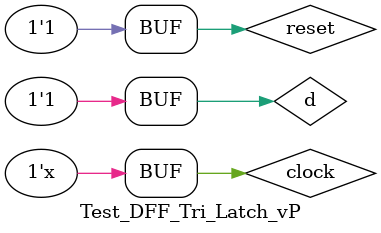
<source format=sv>
module Test_DFF_Tri_Latch_vP();

	logic d;
	
	logic clock;
	logic reset;
	
	logic q;

	
	DFF_Tri_Latch_vP dfft(d, clock, reset, q);

	initial
	begin		
		clock=0; reset=0; d=1'd1;	#10;
					reset=1;				#10;
		
					#10;
		d=1'd0; 	#10;
		d=1'd1; 	#10;
					#10;
		
		reset=0; #10
		reset=1; #10		
		
					#10;
		d=1'd0; 	#10;
					#10;
		d=1'd1;	#10;
					#10;
	end
	
	always #5 clock = ~clock;//#10 = un ciclo

endmodule

</source>
